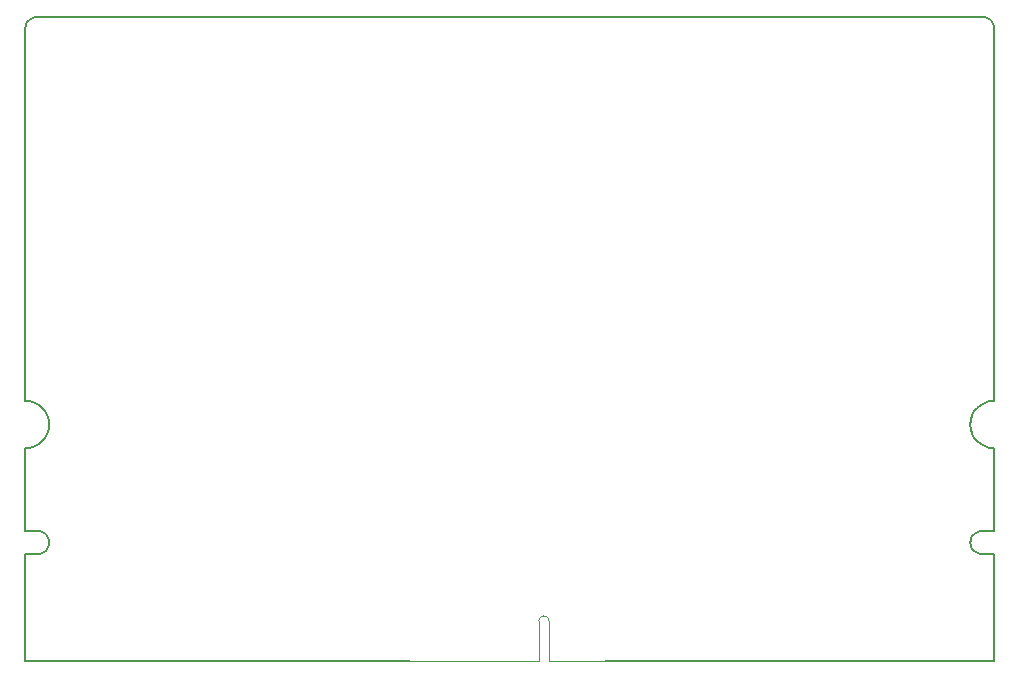
<source format=gbr>
G04 #@! TF.GenerationSoftware,KiCad,Pcbnew,6.0.11-2627ca5db0~126~ubuntu22.04.1*
G04 #@! TF.CreationDate,2023-05-08T08:47:40+02:00*
G04 #@! TF.ProjectId,DIMMCartridge_heaters,44494d4d-4361-4727-9472-696467655f68,rev?*
G04 #@! TF.SameCoordinates,Original*
G04 #@! TF.FileFunction,Profile,NP*
%FSLAX46Y46*%
G04 Gerber Fmt 4.6, Leading zero omitted, Abs format (unit mm)*
G04 Created by KiCad (PCBNEW 6.0.11-2627ca5db0~126~ubuntu22.04.1) date 2023-05-08 08:47:40*
%MOMM*%
%LPD*%
G01*
G04 APERTURE LIST*
G04 #@! TA.AperFunction,Profile*
%ADD10C,0.200000*%
G04 #@! TD*
G04 #@! TA.AperFunction,Profile*
%ADD11C,0.100000*%
G04 #@! TD*
G04 APERTURE END LIST*
D10*
X59246338Y-124045069D02*
X59121604Y-124045069D01*
X59371071Y-124045069D02*
X59246338Y-124045069D01*
X59495805Y-124045069D02*
X59371071Y-124045069D01*
X139995109Y-124045269D02*
X139995109Y-124044769D01*
X140118869Y-124045269D02*
X139995109Y-124045269D01*
X140242639Y-124045269D02*
X140118869Y-124045269D01*
X140366399Y-124045269D02*
X140242639Y-124045269D01*
X58996336Y-115038079D02*
X58996336Y-115914449D01*
X59397735Y-114997379D02*
X58996336Y-115038079D01*
X59994736Y-122048489D02*
X60195596Y-122068689D01*
X59869936Y-122048559D02*
X59994736Y-122048489D01*
X140703259Y-78806985D02*
X140555419Y-78685004D01*
X140825229Y-78954823D02*
X140703259Y-78806985D01*
X140917329Y-79124501D02*
X140825229Y-78954823D01*
X140975529Y-79311998D02*
X140917329Y-79124501D01*
X59771575Y-114881119D02*
X59397735Y-114997379D01*
X60109859Y-114697329D02*
X59771575Y-114881119D01*
X122185959Y-133039029D02*
X126885029Y-133039029D01*
X117486899Y-133039029D02*
X122185959Y-133039029D01*
X112787829Y-133039029D02*
X117486899Y-133039029D01*
X59495536Y-122048759D02*
X59620336Y-122048689D01*
X59370736Y-122048819D02*
X59495536Y-122048759D01*
X140490169Y-124045269D02*
X140366399Y-124045269D01*
X140613929Y-124045269D02*
X140490169Y-124045269D01*
X140737699Y-124045269D02*
X140613929Y-124045269D01*
X140861459Y-124045269D02*
X140737699Y-124045269D01*
X99996344Y-78514405D02*
X89996203Y-78514408D01*
X109996489Y-78514402D02*
X99996344Y-78514405D01*
X119996629Y-78514400D02*
X109996489Y-78514402D01*
X129996769Y-78514397D02*
X119996629Y-78514400D01*
X86123108Y-133038859D02*
X91548355Y-133038859D01*
X80697860Y-133038859D02*
X86123108Y-133038859D01*
X75272612Y-133038859D02*
X80697860Y-133038859D01*
X59994736Y-124043569D02*
X59994736Y-124044069D01*
X59994736Y-124043069D02*
X59994736Y-124043569D01*
X59994736Y-124042569D02*
X59994736Y-124043069D01*
X140988729Y-115037759D02*
X140588439Y-114995859D01*
X140988349Y-115914189D02*
X140988729Y-115037759D01*
X140987979Y-116790619D02*
X140988349Y-115914189D01*
X140987599Y-117667049D02*
X140987979Y-116790619D01*
X59245936Y-122048889D02*
X59370736Y-122048819D01*
X59121136Y-122048949D02*
X59245936Y-122048889D01*
X140987229Y-118543489D02*
X140987599Y-117667049D01*
X140986849Y-119419919D02*
X140987229Y-118543489D01*
X140986479Y-120296349D02*
X140986849Y-119419919D01*
X140986099Y-121172779D02*
X140986479Y-120296349D01*
X140490419Y-122048949D02*
X140614249Y-122049009D01*
X140366589Y-122048879D02*
X140490419Y-122048949D01*
X140242759Y-122048809D02*
X140366589Y-122048879D01*
X140118939Y-122048749D02*
X140242759Y-122048809D01*
X60913171Y-122656869D02*
X60971271Y-122843929D01*
X60821251Y-122487599D02*
X60913171Y-122656869D01*
X69847365Y-133038859D02*
X75272612Y-133038859D01*
X64422117Y-133038859D02*
X69847365Y-133038859D01*
X58996870Y-133038859D02*
X64422117Y-133038859D01*
X60831378Y-113820769D02*
X60647759Y-114159149D01*
X60947443Y-113446869D02*
X60831378Y-113820769D01*
X139290309Y-122340329D02*
X139437839Y-122218679D01*
X139168579Y-122487799D02*
X139290309Y-122340329D01*
X139076679Y-122657069D02*
X139168579Y-122487799D01*
X139018579Y-122844129D02*
X139076679Y-122657069D01*
X139995109Y-124041269D02*
X139794249Y-124021069D01*
X139995109Y-124041769D02*
X139995109Y-124041269D01*
X139995109Y-124042269D02*
X139995109Y-124041769D01*
X139995109Y-124042769D02*
X139995109Y-124042269D01*
X60404768Y-111636569D02*
X60647937Y-111931499D01*
X59745136Y-122048619D02*
X59869936Y-122048559D01*
X59620336Y-122048689D02*
X59745136Y-122048619D01*
X60831526Y-112269969D02*
X60947533Y-112643949D01*
X60647937Y-111931499D02*
X60831526Y-112269969D01*
X59994736Y-124042069D02*
X59994736Y-124042569D01*
X59994736Y-124041569D02*
X59994736Y-124042069D01*
X59994736Y-124041069D02*
X59994736Y-124041569D01*
X58996336Y-120296289D02*
X58996336Y-121172649D01*
X58996336Y-119419919D02*
X58996336Y-120296289D01*
X60195596Y-124020869D02*
X59994736Y-124041069D01*
X60382686Y-123962869D02*
X60195596Y-124020869D01*
X60551999Y-123871069D02*
X60382686Y-123962869D01*
X140992829Y-95283139D02*
X140993579Y-91340678D01*
X140992079Y-99225599D02*
X140992829Y-95283139D01*
X140991329Y-103168059D02*
X140992079Y-99225599D01*
X140990579Y-107110519D02*
X140991329Y-103168059D01*
X139585249Y-111639069D02*
X139879079Y-111395699D01*
X139342869Y-111933709D02*
X139585249Y-111639069D01*
X139159889Y-112271669D02*
X139342869Y-111933709D01*
X139044249Y-112644959D02*
X139159889Y-112271669D01*
X60971271Y-123245629D02*
X60913171Y-123432689D01*
X60991551Y-123044779D02*
X60971271Y-123245629D01*
X60971271Y-122843929D02*
X60991551Y-123044779D01*
X140995829Y-79513298D02*
X140975529Y-79311998D01*
X140995079Y-83455758D02*
X140995829Y-79513298D01*
X140994329Y-87398218D02*
X140995079Y-83455758D01*
X140993579Y-91340678D02*
X140994329Y-87398218D01*
X140984109Y-127417929D02*
X140984479Y-126293709D01*
X140983729Y-128542149D02*
X140984109Y-127417929D01*
X140983349Y-129666369D02*
X140983729Y-128542149D01*
X58996336Y-116790819D02*
X58996336Y-117667179D01*
X58996336Y-115914449D02*
X58996336Y-116790819D01*
X60404587Y-114453999D02*
X60109859Y-114697329D01*
X60647759Y-114159149D02*
X60404587Y-114453999D01*
X58996870Y-131914639D02*
X58996870Y-133038859D01*
X58996870Y-130790409D02*
X58996870Y-131914639D01*
X58996870Y-129666189D02*
X58996870Y-130790409D01*
X59994736Y-124045069D02*
X59870006Y-124045069D01*
X59994736Y-124044569D02*
X59994736Y-124045069D01*
X59994736Y-124044069D02*
X59994736Y-124044569D01*
X139584999Y-114451459D02*
X139342769Y-114156929D01*
X139878649Y-114694759D02*
X139584999Y-114451459D01*
X140215769Y-114878889D02*
X139878649Y-114694759D01*
X140588439Y-114995859D02*
X140215769Y-114878889D01*
X138998279Y-123044979D02*
X139018579Y-122844129D01*
X139018579Y-123245829D02*
X138998279Y-123044979D01*
X139076679Y-123432889D02*
X139018579Y-123245829D01*
X139168579Y-123602159D02*
X139076679Y-123432889D01*
X139290309Y-123749619D02*
X139168579Y-123602159D01*
X139437839Y-123871269D02*
X139290309Y-123749619D01*
X139607159Y-123963069D02*
X139437839Y-123871269D01*
X139794249Y-124021069D02*
X139607159Y-123963069D01*
X58996870Y-125169289D02*
X58996870Y-126293519D01*
X58996870Y-124045069D02*
X58996870Y-125169289D01*
X59121604Y-124045069D02*
X58996870Y-124045069D01*
X59074917Y-79124363D02*
X59016657Y-79311860D01*
X59167097Y-78954685D02*
X59074917Y-79124363D01*
X60987953Y-113045449D02*
X60947443Y-113446869D01*
X60947533Y-112643949D02*
X60987953Y-113045449D01*
X59606852Y-78592766D02*
X59437093Y-78684866D01*
X59794414Y-78534556D02*
X59606852Y-78592766D01*
X139995109Y-122048679D02*
X140118939Y-122048749D01*
X139794249Y-122068879D02*
X139995109Y-122048679D01*
X139607159Y-122126879D02*
X139794249Y-122068879D01*
X139437839Y-122218679D02*
X139607159Y-122126879D01*
X58996336Y-118543549D02*
X58996336Y-119419919D01*
X58996336Y-117667179D02*
X58996336Y-118543549D01*
X60699524Y-123749419D02*
X60551999Y-123871069D01*
X60821251Y-123601959D02*
X60699524Y-123749419D01*
X60913171Y-123432689D02*
X60821251Y-123601959D01*
X140982979Y-130790589D02*
X140983349Y-129666369D01*
X140982599Y-131914809D02*
X140982979Y-130790589D01*
X140982229Y-133039029D02*
X140982599Y-131914809D01*
X140985229Y-124045269D02*
X140861459Y-124045269D01*
X140984849Y-125169489D02*
X140985229Y-124045269D01*
X140984479Y-126293709D02*
X140984849Y-125169489D01*
X60382686Y-122126689D02*
X60551999Y-122218489D01*
X60195596Y-122068689D02*
X60382686Y-122126689D01*
X58996337Y-79513160D02*
X58996337Y-83455555D01*
X59016657Y-79311860D02*
X58996337Y-79513160D01*
X108088769Y-133039029D02*
X112787829Y-133039029D01*
X139995109Y-124043269D02*
X139995109Y-124042769D01*
X139995109Y-124043769D02*
X139995109Y-124043269D01*
X139995109Y-124044269D02*
X139995109Y-124043769D01*
X139995109Y-124044769D02*
X139995109Y-124044269D01*
X136283159Y-133039029D02*
X140982229Y-133039029D01*
X131584099Y-133039029D02*
X136283159Y-133039029D01*
X126885029Y-133039029D02*
X131584099Y-133039029D01*
X59995750Y-78514256D02*
X59794414Y-78534556D01*
X59620539Y-124045069D02*
X59495805Y-124045069D01*
X59745273Y-124045069D02*
X59620539Y-124045069D01*
X59870006Y-124045069D02*
X59745273Y-124045069D01*
X140989829Y-111052979D02*
X140990579Y-107110519D01*
X140589309Y-111094679D02*
X140989829Y-111052979D01*
X140216419Y-111211579D02*
X140589309Y-111094679D01*
X139879079Y-111395699D02*
X140216419Y-111211579D01*
X139996909Y-78514394D02*
X129996769Y-78514397D01*
X140198229Y-78534694D02*
X139996909Y-78514394D01*
X140385739Y-78592904D02*
X140198229Y-78534694D01*
X140555419Y-78685004D02*
X140385739Y-78592904D01*
X140985729Y-122049209D02*
X140986099Y-121172779D01*
X140861899Y-122049139D02*
X140985729Y-122049209D01*
X140738069Y-122049079D02*
X140861899Y-122049139D01*
X140614249Y-122049009D02*
X140738069Y-122049079D01*
X59289165Y-78806847D02*
X59167097Y-78954685D01*
X59437093Y-78684866D02*
X59289165Y-78806847D01*
X139003849Y-113045609D02*
X139044249Y-112644959D01*
X139044249Y-113446049D02*
X139003849Y-113045609D01*
X139159869Y-113819139D02*
X139044249Y-113446049D01*
X139342769Y-114156929D02*
X139159869Y-113819139D01*
X60699524Y-122340139D02*
X60821251Y-122487599D01*
X60551999Y-122218489D02*
X60699524Y-122340139D01*
X58996870Y-128541969D02*
X58996870Y-129666189D01*
X58996870Y-127417739D02*
X58996870Y-128541969D01*
X58996870Y-126293519D02*
X58996870Y-127417739D01*
X58996336Y-122049019D02*
X59121136Y-122048949D01*
X58996336Y-121172649D02*
X58996336Y-122049019D01*
X69995920Y-78514413D02*
X59995750Y-78514256D01*
X59771700Y-111209319D02*
X60110022Y-111393169D01*
X59397804Y-111093019D02*
X59771700Y-111209319D01*
X60110022Y-111393169D02*
X60404768Y-111636569D01*
X58996337Y-103167529D02*
X58996337Y-107109924D01*
X58996337Y-99225134D02*
X58996337Y-103167529D01*
X58996337Y-111052319D02*
X59397804Y-111093019D01*
X58996337Y-107109924D02*
X58996337Y-111052319D01*
X58996337Y-87397950D02*
X58996337Y-91340345D01*
X58996337Y-83455555D02*
X58996337Y-87397950D01*
X58996337Y-95282740D02*
X58996337Y-99225134D01*
X58996337Y-91340345D02*
X58996337Y-95282740D01*
X89996203Y-78514408D02*
X79996062Y-78514411D01*
X79996062Y-78514411D02*
X69995920Y-78514413D01*
D11*
X103339699Y-133039029D02*
X108088769Y-133039029D01*
X102448850Y-133038859D02*
X102448850Y-129687369D01*
X103339699Y-129687369D02*
X103339699Y-133038859D01*
X96973603Y-133038859D02*
X102448850Y-133038859D01*
X91548355Y-133038859D02*
X96973603Y-133038859D01*
X103339699Y-129687369D02*
G75*
G03*
X102448851Y-129687369I-445424J0D01*
G01*
M02*

</source>
